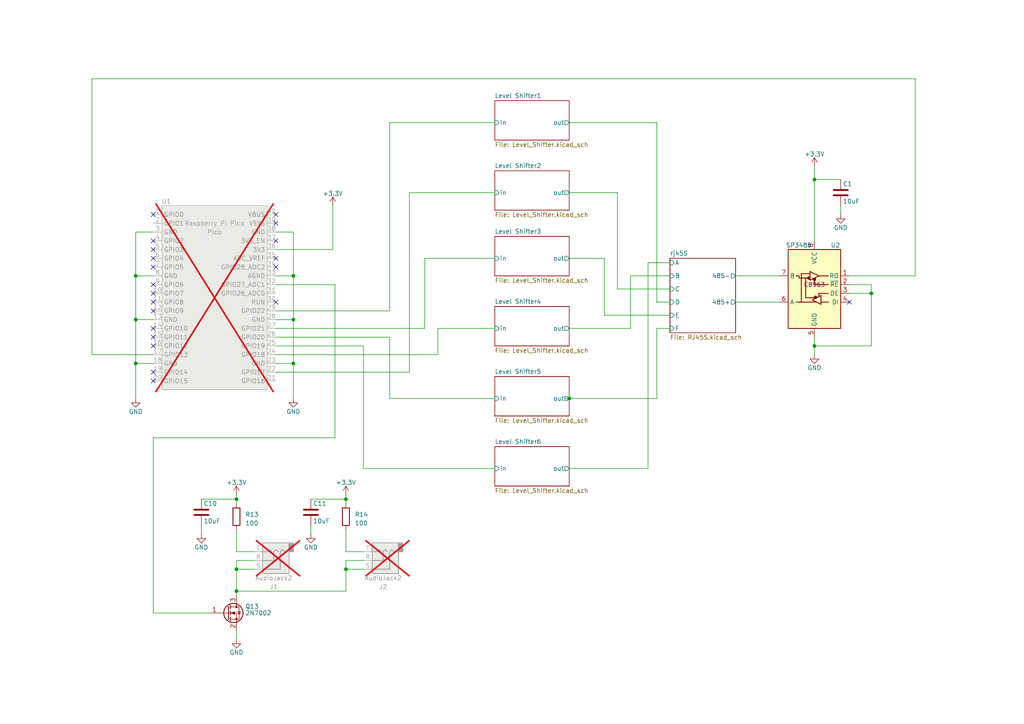
<source format=kicad_sch>
(kicad_sch (version 20250114) (generator "eeschema") (generator_version "9.0")
  (paper "A4")
  (lib_symbols
    (symbol "Connector_Audio:AudioJack3"
      (property "Reference" "J" (at 0 8.89 0))
      (property "Value" "AudioJack3" (at 0 6.35 0))
      (symbol "AudioJack3_0_1"
        (rectangle (start -5.08 -5.08) (end -6.35 -2.54) (stroke (width 0.254)) (fill (type outline)))
        (polyline (pts (xy -1.905 -2.54) (xy -1.27 -3.175) (xy -0.635 -2.54) (xy -0.635 0) (xy 2.54 0)) (stroke (width 0.254)))
        (polyline (pts (xy 0 -2.54) (xy 0.635 -3.175) (xy 1.27 -2.54) (xy 2.54 -2.54)) (stroke (width 0.254)))
        (rectangle (start 2.54 3.81) (end -5.08 -5.08) (stroke (width 0.254)) (fill (type background)))
        (polyline (pts (xy 2.54 2.54) (xy -2.54 2.54) (xy -2.54 -2.54) (xy -3.175 -3.175) (xy -3.81 -2.54)) (stroke (width 0.254)))
      )
      (symbol "AudioJack3_1_1"
        (pin passive line (at 5.08 2.54 180) (length 2.54) (name "~") (number "S"))
        (pin passive line (at 5.08 0 180) (length 2.54) (name "~") (number "R"))
        (pin passive line (at 5.08 -2.54 180) (length 2.54) (name "~") (number "T"))
      )
    )
    (symbol "Device:C" (pin_numbers (hide yes)) (pin_names (offset 0.254))
      (property "Reference" "C" (at 0.635 2.54 0))
      (property "Value" "C" (at 0.635 -2.54 0))
      (symbol "C_0_1"
        (polyline (pts (xy -2.032 0.762) (xy 2.032 0.762)) (stroke (width 0.508)))
        (polyline (pts (xy -2.032 -0.762) (xy 2.032 -0.762)) (stroke (width 0.508)))
      )
      (symbol "C_1_1"
        (pin passive line (at 0 3.81 270) (length 2.794) (name "~") (number "1"))
        (pin passive line (at 0 -3.81 90) (length 2.794) (name "~") (number "2"))
      )
    )
    (symbol "Device:R" (pin_numbers (hide yes)) (pin_names (offset 0))
      (property "Reference" "R" (at 2.032 0 90))
      (property "Value" "R" (at 0 0 90))
      (symbol "R_0_1"
        (rectangle (start -1.016 -2.54) (end 1.016 2.54) (stroke (width 0.254)))
      )
      (symbol "R_1_1"
        (pin passive line (at 0 3.81 270) (length 1.27) (name "~") (number "1"))
        (pin passive line (at 0 -3.81 90) (length 1.27) (name "~") (number "2"))
      )
    )
    (symbol "Interface_UART:MAX481E"
      (property "Reference" "U" (at -6.096 11.43 0))
      (property "Value" "MAX481E" (at 0.762 11.43 0))
      (symbol "MAX481E_0_1"
        (rectangle (start -7.62 10.16) (end 7.62 -12.7) (stroke (width 0.254)) (fill (type background)))
        (polyline (pts (xy -4.064 2.54) (xy -1.27 2.54)) (stroke (width 0.254)))
        (polyline (pts (xy -4.064 -2.54) (xy -1.27 -2.54) (xy -1.27 -3.175)) (stroke (width 0.254)))
        (polyline (pts (xy -4.064 -5.08) (xy -1.905 -5.08)) (stroke (width 0.254)))
        (polyline (pts (xy -1.905 -3.175) (xy -1.905 -5.715) (xy 0.635 -4.445) (xy -1.905 -3.175)) (stroke (width 0.254)))
        (polyline (pts (xy -1.27 2.54) (xy 1.27 3.81) (xy 1.27 1.27) (xy -1.27 2.54)) (stroke (width 0.254)))
        (polyline (pts (xy -1.27 -3.2004) (xy -1.27 -3.4544)) (stroke (width 0.254)))
        (polyline (pts (xy -0.635 -5.08) (xy 5.334 -5.08)) (stroke (width 0.254)))
        (circle (center -0.3048 -3.683) (radius 0.3556) (stroke (width 0.254)) (fill (type outline)))
        (circle (center -0.0254 1.4986) (radius 0.3556) (stroke (width 0.254)) (fill (type outline)))
        (polyline (pts (xy 0 1.27) (xy 0 0) (xy -4.064 0)) (stroke (width 0.254)))
        (polyline (pts (xy 1.27 3.175) (xy 3.81 3.175) (xy 3.81 -5.08)) (stroke (width 0.254)))
        (rectangle (start 1.27 3.175) (end 1.27 3.175))
        (circle (center 1.651 1.905) (radius 0.3556) (stroke (width 0.254)) (fill (type outline)))
        (polyline (pts (xy 1.905 1.905) (xy 4.445 1.905) (xy 4.445 2.54) (xy 5.334 2.54)) (stroke (width 0.254)))
        (polyline (pts (xy 2.54 1.905) (xy 2.54 -3.81) (xy 0 -3.81)) (stroke (width 0.254)))
      )
      (symbol "MAX481E_1_1"
        (pin output line (at -10.16 2.54 0) (length 2.54) (name "RO") (number "1"))
        (pin input line (at -10.16 0 0) (length 2.54) (name "~{RE}") (number "2"))
        (pin input line (at -10.16 -2.54 0) (length 2.54) (name "DE") (number "3"))
        (pin input line (at -10.16 -5.08 0) (length 2.54) (name "DI") (number "4"))
        (pin power_in line (at 0 12.7 270) (length 2.54) (name "VCC") (number "8"))
        (pin power_in line (at 0 -15.24 90) (length 2.54) (name "GND") (number "5"))
        (pin bidirectional line (at 10.16 2.54 180) (length 2.54) (name "B") (number "7"))
        (pin bidirectional line (at 10.16 -5.08 180) (length 2.54) (name "A") (number "6"))
      )
    )
    (symbol "MCU_RaspberryPi_and_Boards:Pico"
      (property "Reference" "U1" (at -13.97 27.94 0))
      (property "Value" "Pico" (at 0 19.05 0))
      (symbol "Pico_0_0"
        (text "Raspberry Pi Pico" (at 0 21.59 0) (effects (font (size 1.27 1.27))))
      )
      (symbol "Pico_0_1"
        (rectangle (start -15.24 26.67) (end 15.24 -26.67) (fill (type background)))
      )
      (symbol "Pico_1_1"
        (pin bidirectional line (at -17.78 24.13 0) (length 2.54) (name "GPIO0") (number "1"))
        (pin bidirectional line (at -17.78 21.59 0) (length 2.54) (name "GPIO1") (number "2"))
        (pin power_in line (at -17.78 19.05 0) (length 2.54) (name "GND") (number "3"))
        (pin bidirectional line (at -17.78 16.51 0) (length 2.54) (name "GPIO2") (number "4"))
        (pin bidirectional line (at -17.78 13.97 0) (length 2.54) (name "GPIO3") (number "5"))
        (pin bidirectional line (at -17.78 11.43 0) (length 2.54) (name "GPIO4") (number "6"))
        (pin bidirectional line (at -17.78 8.89 0) (length 2.54) (name "GPIO5") (number "7"))
        (pin power_in line (at -17.78 6.35 0) (length 2.54) (name "GND") (number "8"))
        (pin bidirectional line (at -17.78 3.81 0) (length 2.54) (name "GPIO6") (number "9"))
        (pin bidirectional line (at -17.78 1.27 0) (length 2.54) (name "GPIO7") (number "10"))
        (pin bidirectional line (at -17.78 -1.27 0) (length 2.54) (name "GPIO8") (number "11"))
        (pin bidirectional line (at -17.78 -3.81 0) (length 2.54) (name "GPIO9") (number "12"))
        (pin power_in line (at -17.78 -6.35 0) (length 2.54) (name "GND") (number "13"))
        (pin bidirectional line (at -17.78 -8.89 0) (length 2.54) (name "GPIO10") (number "14"))
        (pin bidirectional line (at -17.78 -11.43 0) (length 2.54) (name "GPIO11") (number "15"))
        (pin bidirectional line (at -17.78 -13.97 0) (length 2.54) (name "GPIO12") (number "16"))
        (pin bidirectional line (at -17.78 -16.51 0) (length 2.54) (name "GPIO13") (number "17"))
        (pin power_in line (at -17.78 -19.05 0) (length 2.54) (name "GND") (number "18"))
        (pin bidirectional line (at -17.78 -21.59 0) (length 2.54) (name "GPIO14") (number "19"))
        (pin bidirectional line (at -17.78 -24.13 0) (length 2.54) (name "GPIO15") (number "20"))
        (pin power_in line (at 17.78 24.13 180) (length 2.54) (name "VBUS") (number "40"))
        (pin power_in line (at 17.78 21.59 180) (length 2.54) (name "VSYS") (number "39"))
        (pin bidirectional line (at 17.78 19.05 180) (length 2.54) (name "GND") (number "38"))
        (pin input line (at 17.78 16.51 180) (length 2.54) (name "3V3_EN") (number "37"))
        (pin power_in line (at 17.78 13.97 180) (length 2.54) (name "3V3") (number "36"))
        (pin power_in line (at 17.78 11.43 180) (length 2.54) (name "ADC_VREF") (number "35"))
        (pin bidirectional line (at 17.78 8.89 180) (length 2.54) (name "GPIO28_ADC2") (number "34"))
        (pin power_in line (at 17.78 6.35 180) (length 2.54) (name "AGND") (number "33"))
        (pin bidirectional line (at 17.78 3.81 180) (length 2.54) (name "GPIO27_ADC1") (number "32"))
        (pin bidirectional line (at 17.78 1.27 180) (length 2.54) (name "GPIO26_ADC0") (number "31"))
        (pin input line (at 17.78 -1.27 180) (length 2.54) (name "RUN") (number "30"))
        (pin bidirectional line (at 17.78 -3.81 180) (length 2.54) (name "GPIO22") (number "29"))
        (pin power_in line (at 17.78 -6.35 180) (length 2.54) (name "GND") (number "28"))
        (pin bidirectional line (at 17.78 -8.89 180) (length 2.54) (name "GPIO21") (number "27"))
        (pin bidirectional line (at 17.78 -11.43 180) (length 2.54) (name "GPIO20") (number "26"))
        (pin bidirectional line (at 17.78 -13.97 180) (length 2.54) (name "GPIO19") (number "25"))
        (pin bidirectional line (at 17.78 -16.51 180) (length 2.54) (name "GPIO18") (number "24"))
        (pin power_in line (at 17.78 -19.05 180) (length 2.54) (name "GND") (number "23"))
        (pin bidirectional line (at 17.78 -21.59 180) (length 2.54) (name "GPIO17") (number "22"))
        (pin bidirectional line (at 17.78 -24.13 180) (length 2.54) (name "GPIO16") (number "21"))
      )
    )
    (symbol "Transistor_FET:BSS138" (pin_names (hide yes))
      (property "Reference" "Q" (at 5.08 1.905 0))
      (property "Value" "BSS138" (at 5.08 0 0))
      (symbol "BSS138_0_1"
        (polyline (pts (xy 0.254 1.905) (xy 0.254 -1.905)) (stroke (width 0.254)))
        (polyline (pts (xy 0.254 0) (xy -2.54 0)))
        (polyline (pts (xy 0.762 2.286) (xy 0.762 1.27)) (stroke (width 0.254)))
        (polyline (pts (xy 0.762 0.508) (xy 0.762 -0.508)) (stroke (width 0.254)))
        (polyline (pts (xy 0.762 -1.27) (xy 0.762 -2.286)) (stroke (width 0.254)))
        (polyline (pts (xy 0.762 -1.778) (xy 3.302 -1.778) (xy 3.302 1.778) (xy 0.762 1.778)))
        (polyline (pts (xy 1.016 0) (xy 2.032 0.381) (xy 2.032 -0.381) (xy 1.016 0)) (fill (type outline)))
        (circle (center 1.651 0) (radius 2.794) (stroke (width 0.254)))
        (polyline (pts (xy 2.54 2.54) (xy 2.54 1.778)))
        (circle (center 2.54 1.778) (radius 0.254) (fill (type outline)))
        (circle (center 2.54 -1.778) (radius 0.254) (fill (type outline)))
        (polyline (pts (xy 2.54 -2.54) (xy 2.54 0) (xy 0.762 0)))
        (polyline (pts (xy 2.794 0.508) (xy 2.921 0.381) (xy 3.683 0.381) (xy 3.81 0.254)))
        (polyline (pts (xy 3.302 0.381) (xy 2.921 -0.254) (xy 3.683 -0.254) (xy 3.302 0.381)))
      )
      (symbol "BSS138_1_1"
        (pin input line (at -5.08 0 0) (length 2.54) (name "G") (number "1"))
        (pin passive line (at 2.54 5.08 270) (length 2.54) (name "D") (number "3"))
        (pin passive line (at 2.54 -5.08 90) (length 2.54) (name "S") (number "2"))
      )
    )
    (symbol "power:+3.3V" (power) (pin_names (offset 0))
      (property "Value" "+3.3V" (at 0 3.556 0))
      (symbol "+3.3V_0_1"
        (polyline (pts (xy -0.762 1.27) (xy 0 2.54)))
        (polyline (pts (xy 0 2.54) (xy 0.762 1.27)))
        (polyline (pts (xy 0 0) (xy 0 2.54)))
      )
      (symbol "+3.3V_1_1"
        (pin power_in line (at 0 0 90) (length 0) (hide yes) (name "+3.3V") (number "1"))
      )
    )
    (symbol "power:GND" (power) (pin_names (offset 0))
      (property "Value" "GND" (at 0 -3.81 0))
      (symbol "GND_0_1"
        (polyline (pts (xy 0 0) (xy 0 -1.27) (xy 1.27 -1.27) (xy 0 -2.54) (xy -1.27 -1.27) (xy 0 -1.27)))
      )
      (symbol "GND_1_1"
        (pin power_in line (at 0 0 270) (length 0) (hide yes) (name "GND") (number "1"))
      )
    )
  )
  (junction (at 85.09 80.01))
  (junction (at 68.58 171.45))
  (junction (at 165.1 115.57))
  (junction (at 85.09 105.41))
  (junction (at 100.33 144.78))
  (junction (at 68.58 144.78))
  (junction (at 236.22 52.07))
  (junction (at 39.37 80.01))
  (junction (at 39.37 105.41))
  (junction (at 100.33 165.1))
  (junction (at 39.37 92.71))
  (junction (at 252.73 85.09))
  (junction (at 236.22 100.33))
  (junction (at 68.58 165.1))
  (junction (at 85.09 92.71))
  (no_connect (at 44.45 74.93))
  (no_connect (at 44.45 69.85))
  (no_connect (at 80.01 69.85))
  (no_connect (at 44.45 107.95))
  (no_connect (at 80.01 87.63))
  (no_connect (at 44.45 110.49))
  (no_connect (at 44.45 72.39))
  (no_connect (at 44.45 77.47))
  (no_connect (at 44.45 90.17))
  (no_connect (at 44.45 95.25))
  (no_connect (at 44.45 100.33))
  (no_connect (at 44.45 62.23))
  (no_connect (at 80.01 62.23))
  (no_connect (at 44.45 87.63))
  (no_connect (at 44.45 85.09))
  (no_connect (at 44.45 82.55))
  (no_connect (at 246.38 87.63))
  (no_connect (at 44.45 97.79))
  (no_connect (at 80.01 77.47))
  (no_connect (at 80.01 64.77))
  (no_connect (at 80.01 74.93))
  (wire (pts (xy 194.31 87.63) (xy 190.5 87.63)))
  (wire (pts (xy 58.42 144.78) (xy 68.58 144.78)))
  (wire (pts (xy 80.01 97.79) (xy 113.03 97.79)))
  (wire (pts (xy 100.33 165.1) (xy 100.33 162.56)))
  (wire (pts (xy 80.01 102.87) (xy 127 102.87)))
  (wire (pts (xy 175.26 91.44) (xy 194.31 91.44)))
  (wire (pts (xy 80.01 90.17) (xy 113.03 90.17)))
  (wire (pts (xy 213.36 80.01) (xy 226.06 80.01)))
  (wire (pts (xy 179.07 55.88) (xy 179.07 83.82)))
  (wire (pts (xy 44.45 102.87) (xy 26.67 102.87)))
  (wire (pts (xy 182.88 95.25) (xy 182.88 80.01)))
  (wire (pts (xy 68.58 144.78) (xy 68.58 146.05)))
  (wire (pts (xy 39.37 105.41) (xy 39.37 115.57)))
  (wire (pts (xy 68.58 143.51) (xy 68.58 144.78)))
  (wire (pts (xy 39.37 92.71) (xy 44.45 92.71)))
  (wire (pts (xy 127 95.25) (xy 127 102.87)))
  (wire (pts (xy 105.41 135.89) (xy 143.51 135.89)))
  (wire (pts (xy 68.58 165.1) (xy 73.66 165.1)))
  (wire (pts (xy 58.42 152.4) (xy 58.42 154.94)))
  (wire (pts (xy 187.96 76.2) (xy 187.96 135.89)))
  (wire (pts (xy 100.33 171.45) (xy 100.33 165.1)))
  (wire (pts (xy 123.19 74.93) (xy 143.51 74.93)))
  (wire (pts (xy 194.31 76.2) (xy 187.96 76.2)))
  (wire (pts (xy 265.43 80.01) (xy 246.38 80.01)))
  (wire (pts (xy 190.5 115.57) (xy 190.5 95.25)))
  (wire (pts (xy 118.745 55.88) (xy 143.51 55.88)))
  (wire (pts (xy 68.58 172.72) (xy 68.58 171.45)))
  (wire (pts (xy 90.17 152.4) (xy 90.17 154.94)))
  (wire (pts (xy 236.22 52.07) (xy 243.84 52.07)))
  (wire (pts (xy 68.58 162.56) (xy 73.66 162.56)))
  (wire (pts (xy 190.5 95.25) (xy 194.31 95.25)))
  (wire (pts (xy 127 95.25) (xy 143.51 95.25)))
  (wire (pts (xy 236.22 97.79) (xy 236.22 100.33)))
  (wire (pts (xy 165.1 74.93) (xy 175.26 74.93)))
  (wire (pts (xy 80.01 100.33) (xy 105.41 100.33)))
  (wire (pts (xy 113.03 35.56) (xy 143.51 35.56)))
  (wire (pts (xy 179.07 83.82) (xy 194.31 83.82)))
  (wire (pts (xy 39.37 105.41) (xy 44.45 105.41)))
  (wire (pts (xy 100.33 143.51) (xy 100.33 144.78)))
  (wire (pts (xy 100.33 153.67) (xy 100.33 160.02)))
  (wire (pts (xy 85.09 92.71) (xy 85.09 105.41)))
  (wire (pts (xy 68.58 182.88) (xy 68.58 185.42)))
  (wire (pts (xy 80.01 107.95) (xy 118.745 107.95)))
  (wire (pts (xy 26.67 22.86) (xy 265.43 22.86)))
  (wire (pts (xy 85.09 80.01) (xy 85.09 92.71)))
  (wire (pts (xy 265.43 22.86) (xy 265.43 80.01)))
  (wire (pts (xy 100.33 144.78) (xy 100.33 146.05)))
  (wire (pts (xy 85.09 105.41) (xy 80.01 105.41)))
  (wire (pts (xy 113.03 90.17) (xy 113.03 35.56)))
  (wire (pts (xy 80.01 72.39) (xy 96.52 72.39)))
  (wire (pts (xy 187.96 135.89) (xy 165.1 135.89)))
  (wire (pts (xy 105.41 100.33) (xy 105.41 135.89)))
  (wire (pts (xy 68.58 160.02) (xy 73.66 160.02)))
  (wire (pts (xy 44.45 67.31) (xy 39.37 67.31)))
  (wire (pts (xy 44.45 127) (xy 97.155 127)))
  (wire (pts (xy 100.33 165.1) (xy 105.41 165.1)))
  (wire (pts (xy 213.36 87.63) (xy 226.06 87.63)))
  (wire (pts (xy 246.38 82.55) (xy 252.73 82.55)))
  (wire (pts (xy 39.37 67.31) (xy 39.37 80.01)))
  (wire (pts (xy 113.03 97.79) (xy 113.03 115.57)))
  (wire (pts (xy 68.58 165.1) (xy 68.58 162.56)))
  (wire (pts (xy 252.73 85.09) (xy 252.73 100.33)))
  (wire (pts (xy 96.52 72.39) (xy 96.52 59.69)))
  (wire (pts (xy 243.84 59.69) (xy 243.84 62.23)))
  (wire (pts (xy 123.19 95.25) (xy 123.19 74.93)))
  (wire (pts (xy 85.09 67.31) (xy 85.09 80.01)))
  (wire (pts (xy 80.01 67.31) (xy 85.09 67.31)))
  (wire (pts (xy 80.01 92.71) (xy 85.09 92.71)))
  (wire (pts (xy 68.58 165.1) (xy 68.58 171.45)))
  (wire (pts (xy 68.58 171.45) (xy 100.33 171.45)))
  (wire (pts (xy 236.22 52.07) (xy 236.22 69.85)))
  (wire (pts (xy 190.5 87.63) (xy 190.5 35.56)))
  (wire (pts (xy 236.22 48.26) (xy 236.22 52.07)))
  (wire (pts (xy 44.45 177.8) (xy 44.45 127)))
  (wire (pts (xy 100.33 162.56) (xy 105.41 162.56)))
  (wire (pts (xy 80.01 80.01) (xy 85.09 80.01)))
  (wire (pts (xy 175.26 74.93) (xy 175.26 91.44)))
  (wire (pts (xy 182.88 80.01) (xy 194.31 80.01)))
  (wire (pts (xy 39.37 80.01) (xy 39.37 92.71)))
  (wire (pts (xy 90.17 144.78) (xy 100.33 144.78)))
  (wire (pts (xy 39.37 92.71) (xy 39.37 105.41)))
  (wire (pts (xy 97.155 82.55) (xy 80.01 82.55)))
  (wire (pts (xy 85.09 105.41) (xy 85.09 115.57)))
  (wire (pts (xy 113.03 115.57) (xy 143.51 115.57)))
  (wire (pts (xy 163.83 115.57) (xy 165.1 115.57)))
  (wire (pts (xy 39.37 80.01) (xy 44.45 80.01)))
  (wire (pts (xy 118.745 107.95) (xy 118.745 55.88)))
  (wire (pts (xy 252.73 100.33) (xy 236.22 100.33)))
  (wire (pts (xy 68.58 153.67) (xy 68.58 160.02)))
  (wire (pts (xy 44.45 177.8) (xy 60.96 177.8)))
  (wire (pts (xy 165.1 115.57) (xy 190.5 115.57)))
  (wire (pts (xy 26.67 102.87) (xy 26.67 22.86)))
  (wire (pts (xy 190.5 35.56) (xy 165.1 35.56)))
  (wire (pts (xy 236.22 100.33) (xy 236.22 102.87)))
  (wire (pts (xy 165.1 55.88) (xy 179.07 55.88)))
  (wire (pts (xy 100.33 160.02) (xy 105.41 160.02)))
  (wire (pts (xy 252.73 85.09) (xy 246.38 85.09)))
  (wire (pts (xy 97.155 82.55) (xy 97.155 127)))
  (wire (pts (xy 252.73 82.55) (xy 252.73 85.09)))
  (wire (pts (xy 165.1 95.25) (xy 182.88 95.25)))
  (wire (pts (xy 80.01 95.25) (xy 123.19 95.25)))
  (symbol (lib_id "Device:R") (at 100.33 149.86 0) (unit 1)
    (property "Reference" "R14" (at 102.87 149.225 0) (effects (justify left)))
    (property "Value" "100" (at 102.87 151.765 0) (effects (justify left)))
    (property "Footprint" "Resistor_SMD:R_0805_2012Metric_Pad1.20x1.40mm_HandSolder" (effects (hide yes)))
    (property "JL Part#" "C17408" (effects (hide yes)))
  )
  (symbol (lib_id "Interface_UART:MAX481E") (at 236.22 82.55 0) (mirror y) (unit 1)
    (property "Reference" "U2" (at 242.316 71.12 0))
    (property "Value" "SP3485" (at 235.458 71.12 0) (effects (justify left)))
    (property "Footprint" "Library:NSOIC-8" (effects (hide yes)))
    (property "Description" "Transceiver 10Mbps 1/1 SOIC-8 RS-485 / RS-422 ICs ROHS" (effects (hide yes)))
    (property "JL Part#" "C8963" (at 236.22 82.55 0))
  )
  (symbol (lib_id "Connector_Audio:AudioJack3") (at 78.74 162.56 180) (unit 1) (dnp yes)
    (property "Reference" "J1" (at 79.375 170.18 0))
    (property "Value" "AudioJack2" (at 79.375 167.64 0))
    (property "Footprint" "AudioJack:Jack_3.5mm_CUI_SJ1-3533NG_Horizontal_CircularHoles" (effects (hide yes)))
  )
  (symbol (lib_id "power:GND") (at 236.22 102.87 0) (mirror y) (unit 1)
    (property "Reference" "#PWR05" (effects (hide yes)))
    (property "Value" "GND" (at 236.22 106.68 0))
  )
  (symbol (lib_id "power:GND") (at 68.58 185.42 0) (unit 1)
    (property "Reference" "#PWR041" (effects (hide yes)))
    (property "Value" "GND" (at 68.58 189.23 0))
  )
  (symbol (lib_id "power:GND") (at 85.09 115.57 0) (unit 1)
    (property "Reference" "#PWR02" (effects (hide yes)))
    (property "Value" "GND" (at 85.09 119.38 0))
  )
  (symbol (lib_id "power:GND") (at 243.84 62.23 0) (unit 1)
    (property "Reference" "#PWR06" (effects (hide yes)))
    (property "Value" "GND" (at 243.84 66.04 0))
  )
  (symbol (lib_id "MCU_RaspberryPi_and_Boards:Pico") (at 62.23 86.36 0) (unit 1) (dnp yes)
    (property "Reference" "U1" (at 48.26 58.42 0))
    (property "Value" "Pico" (at 62.23 67.31 0))
    (property "Footprint" "Module:RaspberryPi_Pico_Common_THT" (effects (hide yes)))
  )
  (symbol (lib_id "Device:R") (at 68.58 149.86 0) (unit 1)
    (property "Reference" "R13" (at 71.12 149.225 0) (effects (justify left)))
    (property "Value" "100" (at 71.12 151.765 0) (effects (justify left)))
    (property "Footprint" "Resistor_SMD:R_0805_2012Metric_Pad1.20x1.40mm_HandSolder" (effects (hide yes)))
    (property "JL Part#" "C17408" (effects (hide yes)))
  )
  (symbol (lib_id "power:GND") (at 58.42 154.94 0) (unit 1)
    (property "Reference" "#PWR039" (effects (hide yes)))
    (property "Value" "GND" (at 58.42 158.75 0))
  )
  (symbol (lib_id "Connector_Audio:AudioJack3") (at 110.49 162.56 180) (unit 1) (dnp yes)
    (property "Reference" "J2" (at 111.125 170.18 0))
    (property "Value" "AudioJack2" (at 111.125 167.64 0))
    (property "Footprint" "AudioJack:Jack_3.5mm_CUI_SJ1-3533NG_Horizontal_CircularHoles" (effects (hide yes)))
  )
  (symbol (lib_id "Device:C") (at 58.42 148.59 0) (unit 1)
    (property "Reference" "C10" (at 59.055 146.05 0) (effects (justify left)))
    (property "Value" "10uF" (at 59.055 151.13 0) (effects (justify left)))
    (property "Footprint" "Capacitor_SMD:C_0805_2012Metric_Pad1.18x1.45mm_HandSolder" (effects (hide yes)))
    (property "JL Part#" "C15850" (effects (hide yes)))
  )
  (symbol (lib_id "power:+3.3V") (at 68.58 143.51 0) (unit 1)
    (property "Reference" "#PWR040" (effects (hide yes)))
    (property "Value" "+3.3V" (at 68.58 139.954 0))
  )
  (symbol (lib_id "Device:C") (at 90.17 148.59 0) (unit 1)
    (property "Reference" "C11" (at 90.805 146.05 0) (effects (justify left)))
    (property "Value" "10uF" (at 90.805 151.13 0) (effects (justify left)))
    (property "Footprint" "Capacitor_SMD:C_0805_2012Metric_Pad1.18x1.45mm_HandSolder" (effects (hide yes)))
    (property "JL Part#" "C15850" (effects (hide yes)))
  )
  (symbol (lib_id "power:+3.3V") (at 100.33 143.51 0) (unit 1)
    (property "Reference" "#PWR043" (effects (hide yes)))
    (property "Value" "+3.3V" (at 100.33 139.954 0))
  )
  (symbol (lib_id "power:GND") (at 90.17 154.94 0) (unit 1)
    (property "Reference" "#PWR042" (effects (hide yes)))
    (property "Value" "GND" (at 90.17 158.75 0))
  )
  (symbol (lib_id "Device:C") (at 243.84 55.88 0) (unit 1)
    (property "Reference" "C1" (at 244.475 53.34 0) (effects (justify left)))
    (property "Value" "10uF" (at 244.475 58.42 0) (effects (justify left)))
    (property "Footprint" "Capacitor_SMD:C_0805_2012Metric_Pad1.18x1.45mm_HandSolder" (effects (hide yes)))
    (property "JL Part#" "C15850" (effects (hide yes)))
  )
  (symbol (lib_id "power:+3.3V") (at 96.52 59.69 0) (unit 1)
    (property "Reference" "#PWR03" (effects (hide yes)))
    (property "Value" "+3.3V" (at 96.52 56.134 0))
  )
  (symbol (lib_id "power:+3.3V") (at 236.22 48.26 0) (mirror y) (unit 1)
    (property "Reference" "#PWR04" (effects (hide yes)))
    (property "Value" "+3.3V" (at 236.22 44.704 0))
  )
  (symbol (lib_id "Transistor_FET:BSS138") (at 66.04 177.8 0) (unit 1)
    (property "Reference" "Q13" (at 71.12 175.895 0) (effects (justify left)))
    (property "Value" "2N7002" (at 71.12 177.8 0) (effects (justify left)))
    (property "Footprint" "Package_TO_SOT_SMD:SOT-23" (effects (hide yes)))
    (property "Datasheet" "https://jlcpcb.com/api/file/downloadByFileSystemAccessId/8550724090244980736" (effects (hide yes)))
    (property "Description" "60V 115mA 200mW 7.5Ω@10V,500mA 2.5V@250uA 1 N-Channel SOT-23 MOSFETs" (effects (hide yes)))
    (property "JL Part#" "C8545" (effects (hide yes)))
  )
  (symbol (lib_id "power:GND") (at 39.37 115.57 0) (unit 1)
    (property "Reference" "#PWR01" (effects (hide yes)))
    (property "Value" "GND" (at 39.37 119.38 0))
  )
  (sheet (at 143.51 109.22) (size 21.59 11.43) (stroke (width 0.1524))
    (property "Sheetname" "Level Shifter5" (at 143.51 108.5084 0) (effects (justify left bottom)))
    (property "Sheetfile" "Level_Shifter.kicad_sch" (at 143.51 121.2346 0) (effects (justify left top)))
    (pin "out" output (at 165.1 115.57 0))
    (pin "in" input (at 143.51 115.57 180))
  )
  (sheet (at 143.51 49.53) (size 21.59 11.43) (stroke (width 0.1524))
    (property "Sheetname" "Level Shifter2" (at 143.51 48.8184 0) (effects (justify left bottom)))
    (property "Sheetfile" "Level_Shifter.kicad_sch" (at 143.51 61.5446 0) (effects (justify left top)))
    (pin "out" output (at 165.1 55.88 0))
    (pin "in" input (at 143.51 55.88 180))
  )
  (sheet (at 143.51 129.54) (size 21.59 11.43) (stroke (width 0.1524))
    (property "Sheetname" "Level Shifter6" (at 143.51 128.8284 0) (effects (justify left bottom)))
    (property "Sheetfile" "Level_Shifter.kicad_sch" (at 143.51 141.5546 0) (effects (justify left top)))
    (pin "out" output (at 165.1 135.89 0))
    (pin "in" input (at 143.51 135.89 180))
  )
  (sheet (at 143.51 88.9) (size 21.59 11.43) (stroke (width 0.1524))
    (property "Sheetname" "Level Shifter4" (at 143.51 88.1884 0) (effects (justify left bottom)))
    (property "Sheetfile" "Level_Shifter.kicad_sch" (at 143.51 100.9146 0) (effects (justify left top)))
    (pin "out" output (at 165.1 95.25 0))
    (pin "in" input (at 143.51 95.25 180))
  )
  (sheet (at 194.31 74.93) (size 19.05 21.59) (stroke (width 0.1524))
    (property "Sheetname" "rj45S" (at 194.31 74.2184 0) (effects (justify left bottom)))
    (property "Sheetfile" "RJ45S.kicad_sch" (at 194.31 97.1046 0) (effects (justify left top)))
    (pin "B" input (at 194.31 80.01 180))
    (pin "C" input (at 194.31 83.82 180))
    (pin "F" input (at 194.31 95.25 180))
    (pin "E" input (at 194.31 91.44 180))
    (pin "D" input (at 194.31 87.63 180))
    (pin "A" input (at 194.31 76.2 180))
    (pin "485+" output (at 213.36 87.63 0))
    (pin "485-" output (at 213.36 80.01 0))
  )
  (sheet (at 143.51 29.21) (size 21.59 11.43) (stroke (width 0.1524))
    (property "Sheetname" "Level Shifter1" (at 143.51 28.4984 0) (effects (justify left bottom)))
    (property "Sheetfile" "Level_Shifter.kicad_sch" (at 143.51 41.2246 0) (effects (justify left top)))
    (pin "out" output (at 165.1 35.56 0))
    (pin "in" input (at 143.51 35.56 180))
  )
  (sheet (at 143.51 68.58) (size 21.59 11.43) (stroke (width 0.1524))
    (property "Sheetname" "Level Shifter3" (at 143.51 67.8684 0) (effects (justify left bottom)))
    (property "Sheetfile" "Level_Shifter.kicad_sch" (at 143.51 80.5946 0) (effects (justify left top)))
    (pin "out" output (at 165.1 74.93 0))
    (pin "in" input (at 143.51 74.93 180))
  )
)
</source>
